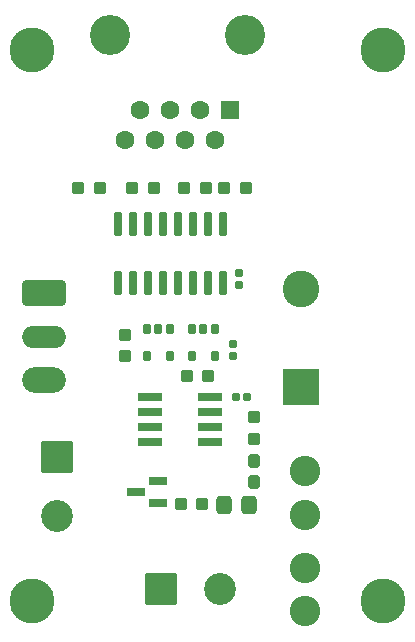
<source format=gbr>
%TF.GenerationSoftware,KiCad,Pcbnew,(6.0.9)*%
%TF.CreationDate,2023-01-01T20:10:18-05:00*%
%TF.ProjectId,Wally_Tree,57616c6c-795f-4547-9265-652e6b696361,v1*%
%TF.SameCoordinates,Original*%
%TF.FileFunction,Soldermask,Top*%
%TF.FilePolarity,Negative*%
%FSLAX46Y46*%
G04 Gerber Fmt 4.6, Leading zero omitted, Abs format (unit mm)*
G04 Created by KiCad (PCBNEW (6.0.9)) date 2023-01-01 20:10:18*
%MOMM*%
%LPD*%
G01*
G04 APERTURE LIST*
G04 Aperture macros list*
%AMRoundRect*
0 Rectangle with rounded corners*
0 $1 Rounding radius*
0 $2 $3 $4 $5 $6 $7 $8 $9 X,Y pos of 4 corners*
0 Add a 4 corners polygon primitive as box body*
4,1,4,$2,$3,$4,$5,$6,$7,$8,$9,$2,$3,0*
0 Add four circle primitives for the rounded corners*
1,1,$1+$1,$2,$3*
1,1,$1+$1,$4,$5*
1,1,$1+$1,$6,$7*
1,1,$1+$1,$8,$9*
0 Add four rect primitives between the rounded corners*
20,1,$1+$1,$2,$3,$4,$5,0*
20,1,$1+$1,$4,$5,$6,$7,0*
20,1,$1+$1,$6,$7,$8,$9,0*
20,1,$1+$1,$8,$9,$2,$3,0*%
G04 Aperture macros list end*
%ADD10C,3.402000*%
%ADD11RoundRect,0.051000X0.750000X0.750000X-0.750000X0.750000X-0.750000X-0.750000X0.750000X-0.750000X0*%
%ADD12C,1.602000*%
%ADD13RoundRect,0.288500X0.250000X0.237500X-0.250000X0.237500X-0.250000X-0.237500X0.250000X-0.237500X0*%
%ADD14RoundRect,0.288500X-0.250000X-0.237500X0.250000X-0.237500X0.250000X0.237500X-0.250000X0.237500X0*%
%ADD15RoundRect,0.201000X-0.150000X0.825000X-0.150000X-0.825000X0.150000X-0.825000X0.150000X0.825000X0*%
%ADD16RoundRect,0.288500X-0.237500X0.250000X-0.237500X-0.250000X0.237500X-0.250000X0.237500X0.250000X0*%
%ADD17RoundRect,0.051000X-1.300000X-1.300000X1.300000X-1.300000X1.300000X1.300000X-1.300000X1.300000X0*%
%ADD18C,2.702000*%
%ADD19RoundRect,0.051000X1.500000X-1.500000X1.500000X1.500000X-1.500000X1.500000X-1.500000X-1.500000X0*%
%ADD20C,3.102000*%
%ADD21C,3.802000*%
%ADD22RoundRect,0.288500X-0.237500X0.287500X-0.237500X-0.287500X0.237500X-0.287500X0.237500X0.287500X0*%
%ADD23RoundRect,0.191000X-0.140000X-0.170000X0.140000X-0.170000X0.140000X0.170000X-0.140000X0.170000X0*%
%ADD24RoundRect,0.051000X-1.300000X1.300000X-1.300000X-1.300000X1.300000X-1.300000X1.300000X1.300000X0*%
%ADD25RoundRect,0.051000X-0.255000X0.350000X-0.255000X-0.350000X0.255000X-0.350000X0.255000X0.350000X0*%
%ADD26RoundRect,0.201000X0.587500X0.150000X-0.587500X0.150000X-0.587500X-0.150000X0.587500X-0.150000X0*%
%ADD27C,2.577000*%
%ADD28RoundRect,0.191000X0.170000X-0.140000X0.170000X0.140000X-0.170000X0.140000X-0.170000X-0.140000X0*%
%ADD29RoundRect,0.213500X-0.825000X-0.162500X0.825000X-0.162500X0.825000X0.162500X-0.825000X0.162500X0*%
%ADD30RoundRect,0.301000X-0.337500X-0.475000X0.337500X-0.475000X0.337500X0.475000X-0.337500X0.475000X0*%
%ADD31RoundRect,0.342667X-1.508333X0.758333X-1.508333X-0.758333X1.508333X-0.758333X1.508333X0.758333X0*%
%ADD32O,3.702000X1.902000*%
%ADD33O,3.702000X2.202000*%
G04 APERTURE END LIST*
D10*
%TO.C,J7*%
X-110096200Y44717700D03*
X-121526200Y44717700D03*
D11*
X-111366200Y38367700D03*
D12*
X-112636200Y35827700D03*
X-113906200Y38367700D03*
X-115176200Y35827700D03*
X-116446200Y38367700D03*
X-117716200Y35827700D03*
X-118986200Y38367700D03*
X-120256200Y35827700D03*
%TD*%
D13*
%TO.C,R3*%
X-117830700Y31813700D03*
X-119655700Y31813700D03*
%TD*%
%TO.C,R4*%
X-110028700Y31813700D03*
X-111853700Y31813700D03*
%TD*%
D14*
%TO.C,R5*%
X-115228700Y31813700D03*
X-113403700Y31813700D03*
%TD*%
%TO.C,R6*%
X-124227700Y31813700D03*
X-122402700Y31813700D03*
%TD*%
D15*
%TO.C,U3*%
X-112003200Y28700700D03*
X-113273200Y28700700D03*
X-114543200Y28700700D03*
X-115813200Y28700700D03*
X-117083200Y28700700D03*
X-118353200Y28700700D03*
X-119623200Y28700700D03*
X-120893200Y28700700D03*
X-120893200Y23750700D03*
X-119623200Y23750700D03*
X-118353200Y23750700D03*
X-117083200Y23750700D03*
X-115813200Y23750700D03*
X-114543200Y23750700D03*
X-113273200Y23750700D03*
X-112003200Y23750700D03*
%TD*%
D16*
%TO.C,R2*%
X-109312200Y12394700D03*
X-109312200Y10569700D03*
%TD*%
D17*
%TO.C,J1*%
X-117216200Y-2130300D03*
D18*
X-112216200Y-2130300D03*
%TD*%
D19*
%TO.C,TB1*%
X-105324400Y14953740D03*
D20*
X-105324400Y23203660D03*
%TD*%
D21*
%TO.C,H4*%
X-98416200Y-3146300D03*
%TD*%
D22*
%TO.C,D3*%
X-109312200Y8689200D03*
X-109312200Y6939200D03*
%TD*%
D16*
%TO.C,R8*%
X-120234200Y19356200D03*
X-120234200Y17531200D03*
%TD*%
D23*
%TO.C,C3*%
X-110896200Y14085700D03*
X-109936200Y14085700D03*
%TD*%
D24*
%TO.C,J2*%
X-126045200Y9019700D03*
D18*
X-126045200Y4019700D03*
%TD*%
D25*
%TO.C,U4*%
X-116490200Y19857700D03*
X-117440200Y19857700D03*
X-118390200Y19857700D03*
X-118390200Y17537700D03*
X-116490200Y17537700D03*
%TD*%
D26*
%TO.C,Q1*%
X-117440200Y5113700D03*
X-117440200Y7013700D03*
X-119315200Y6063700D03*
%TD*%
D21*
%TO.C,H1*%
X-128108200Y-3146300D03*
%TD*%
D27*
%TO.C,F1*%
X-105016200Y7835700D03*
X-105016200Y4135700D03*
X-105016200Y-364300D03*
X-105016200Y-4064300D03*
%TD*%
D28*
%TO.C,C2*%
X-111116200Y17605700D03*
X-111116200Y18565700D03*
%TD*%
D29*
%TO.C,U2*%
X-118107700Y14074700D03*
X-118107700Y12804700D03*
X-118107700Y11534700D03*
X-118107700Y10264700D03*
X-113032700Y10264700D03*
X-113032700Y11534700D03*
X-113032700Y12804700D03*
X-113032700Y14074700D03*
%TD*%
D28*
%TO.C,C4*%
X-110616200Y23605700D03*
X-110616200Y24565700D03*
%TD*%
D30*
%TO.C,C1*%
X-111853700Y4981700D03*
X-109778700Y4981700D03*
%TD*%
D13*
%TO.C,R7*%
X-113703700Y5013700D03*
X-115528700Y5013700D03*
%TD*%
D21*
%TO.C,H2*%
X-98416200Y43485700D03*
%TD*%
D31*
%TO.C,J3*%
X-127092200Y22865700D03*
D32*
X-127092200Y19205700D03*
D33*
X-127092200Y15545700D03*
%TD*%
D14*
%TO.C,R1*%
X-115050700Y15903700D03*
X-113225700Y15903700D03*
%TD*%
D21*
%TO.C,H3*%
X-128108200Y43485700D03*
%TD*%
D25*
%TO.C,U1*%
X-112680200Y19867700D03*
X-113630200Y19867700D03*
X-114580200Y19867700D03*
X-114580200Y17547700D03*
X-112680200Y17547700D03*
%TD*%
G36*
X-125588017Y21765701D02*
G01*
X-125588017Y21763701D01*
X-125589568Y21762709D01*
X-125589579Y21762708D01*
X-125589760Y21762700D01*
X-128594640Y21762700D01*
X-128596372Y21763700D01*
X-128596372Y21765700D01*
X-128594640Y21766700D01*
X-125589749Y21766701D01*
X-125588017Y21765701D01*
G37*
G36*
X-125588028Y23967700D02*
G01*
X-125588028Y23965700D01*
X-125589760Y23964700D01*
X-128594651Y23964699D01*
X-128596383Y23965699D01*
X-128596383Y23967699D01*
X-128594832Y23968691D01*
X-128594821Y23968692D01*
X-128594640Y23968700D01*
X-125589760Y23968700D01*
X-125588028Y23967700D01*
G37*
M02*

</source>
